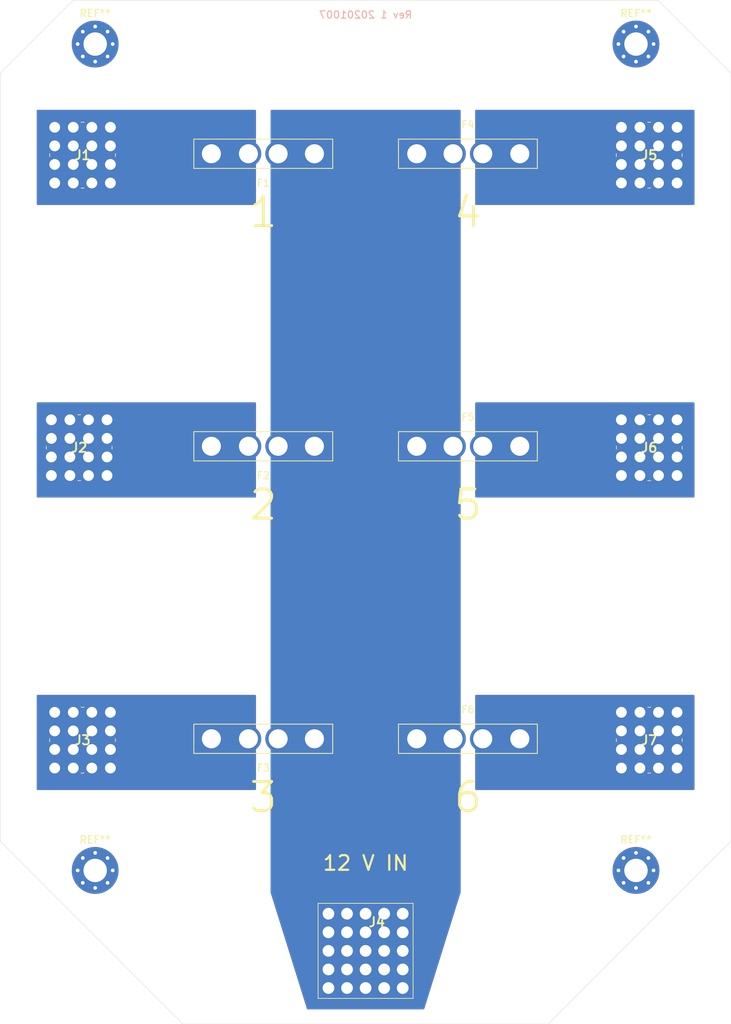
<source format=kicad_pcb>
(kicad_pcb (version 20171130) (host pcbnew "(5.1.5)-3")

  (general
    (thickness 1.6)
    (drawings 16)
    (tracks 0)
    (zones 0)
    (modules 17)
    (nets 8)
  )

  (page A4)
  (layers
    (0 F.Cu signal)
    (31 B.Cu signal)
    (32 B.Adhes user)
    (33 F.Adhes user)
    (34 B.Paste user)
    (35 F.Paste user)
    (36 B.SilkS user)
    (37 F.SilkS user)
    (38 B.Mask user)
    (39 F.Mask user)
    (40 Dwgs.User user)
    (41 Cmts.User user)
    (42 Eco1.User user)
    (43 Eco2.User user)
    (44 Edge.Cuts user)
    (45 Margin user)
    (46 B.CrtYd user hide)
    (47 F.CrtYd user)
    (48 B.Fab user hide)
    (49 F.Fab user hide)
  )

  (setup
    (last_trace_width 0.25)
    (user_trace_width 0.5)
    (user_trace_width 1)
    (user_trace_width 1.5)
    (user_trace_width 2.5)
    (user_trace_width 3)
    (user_trace_width 3.5)
    (user_trace_width 5)
    (user_trace_width 7.5)
    (trace_clearance 0.2)
    (zone_clearance 0.508)
    (zone_45_only no)
    (trace_min 0.2)
    (via_size 0.8)
    (via_drill 0.4)
    (via_min_size 0.4)
    (via_min_drill 0.3)
    (user_via 0.6 0.3)
    (uvia_size 0.3)
    (uvia_drill 0.1)
    (uvias_allowed no)
    (uvia_min_size 0.2)
    (uvia_min_drill 0.1)
    (edge_width 0.05)
    (segment_width 0.2)
    (pcb_text_width 0.3)
    (pcb_text_size 1.5 1.5)
    (mod_edge_width 0.12)
    (mod_text_size 1 1)
    (mod_text_width 0.15)
    (pad_size 2.6 2.6)
    (pad_drill 1.3)
    (pad_to_mask_clearance 0.051)
    (solder_mask_min_width 0.25)
    (aux_axis_origin 0 0)
    (grid_origin 123 159)
    (visible_elements 7FFFFFFF)
    (pcbplotparams
      (layerselection 0x010fc_ffffffff)
      (usegerberextensions false)
      (usegerberattributes false)
      (usegerberadvancedattributes false)
      (creategerberjobfile false)
      (excludeedgelayer true)
      (linewidth 0.100000)
      (plotframeref false)
      (viasonmask false)
      (mode 1)
      (useauxorigin false)
      (hpglpennumber 1)
      (hpglpenspeed 20)
      (hpglpendiameter 15.000000)
      (psnegative false)
      (psa4output false)
      (plotreference false)
      (plotvalue false)
      (plotinvisibletext false)
      (padsonsilk false)
      (subtractmaskfromsilk false)
      (outputformat 1)
      (mirror false)
      (drillshape 0)
      (scaleselection 1)
      (outputdirectory "../gerber/"))
  )

  (net 0 "")
  (net 1 +12V)
  (net 2 /out_1)
  (net 3 /out_2)
  (net 4 /out_3)
  (net 5 /out_4)
  (net 6 /out_5)
  (net 7 /out_6)

  (net_class Default "This is the default net class."
    (clearance 0.2)
    (trace_width 0.25)
    (via_dia 0.8)
    (via_drill 0.4)
    (uvia_dia 0.3)
    (uvia_drill 0.1)
    (add_net +12V)
    (add_net /out_1)
    (add_net /out_2)
    (add_net /out_3)
    (add_net /out_4)
    (add_net /out_5)
    (add_net /out_6)
  )

  (module MountingHole:MountingHole_3.2mm_M3_Pad_Via (layer F.Cu) (tedit 56DDBCCA) (tstamp 5F7BA071)
    (at 160 148)
    (descr "Mounting Hole 3.2mm, M3")
    (tags "mounting hole 3.2mm m3")
    (attr virtual)
    (fp_text reference REF** (at 0 -4.2) (layer F.SilkS)
      (effects (font (size 1 1) (thickness 0.15)))
    )
    (fp_text value MountingHole_3.2mm_M3_Pad_Via (at 0 4.2) (layer F.Fab)
      (effects (font (size 1 1) (thickness 0.15)))
    )
    (fp_circle (center 0 0) (end 3.45 0) (layer F.CrtYd) (width 0.05))
    (fp_circle (center 0 0) (end 3.2 0) (layer Cmts.User) (width 0.15))
    (fp_text user %R (at 0.3 0) (layer F.Fab)
      (effects (font (size 1 1) (thickness 0.15)))
    )
    (pad 1 thru_hole circle (at 1.697056 -1.697056) (size 0.8 0.8) (drill 0.5) (layers *.Cu *.Mask))
    (pad 1 thru_hole circle (at 0 -2.4) (size 0.8 0.8) (drill 0.5) (layers *.Cu *.Mask))
    (pad 1 thru_hole circle (at -1.697056 -1.697056) (size 0.8 0.8) (drill 0.5) (layers *.Cu *.Mask))
    (pad 1 thru_hole circle (at -2.4 0) (size 0.8 0.8) (drill 0.5) (layers *.Cu *.Mask))
    (pad 1 thru_hole circle (at -1.697056 1.697056) (size 0.8 0.8) (drill 0.5) (layers *.Cu *.Mask))
    (pad 1 thru_hole circle (at 0 2.4) (size 0.8 0.8) (drill 0.5) (layers *.Cu *.Mask))
    (pad 1 thru_hole circle (at 1.697056 1.697056) (size 0.8 0.8) (drill 0.5) (layers *.Cu *.Mask))
    (pad 1 thru_hole circle (at 2.4 0) (size 0.8 0.8) (drill 0.5) (layers *.Cu *.Mask))
    (pad 1 thru_hole circle (at 0 0) (size 6.4 6.4) (drill 3.2) (layers *.Cu *.Mask))
  )

  (module MountingHole:MountingHole_3.2mm_M3_Pad_Via (layer F.Cu) (tedit 56DDBCCA) (tstamp 5F7BA062)
    (at 86 148)
    (descr "Mounting Hole 3.2mm, M3")
    (tags "mounting hole 3.2mm m3")
    (attr virtual)
    (fp_text reference REF** (at 0 -4.2) (layer F.SilkS)
      (effects (font (size 1 1) (thickness 0.15)))
    )
    (fp_text value MountingHole_3.2mm_M3_Pad_Via (at 0 4.2) (layer F.Fab)
      (effects (font (size 1 1) (thickness 0.15)))
    )
    (fp_circle (center 0 0) (end 3.45 0) (layer F.CrtYd) (width 0.05))
    (fp_circle (center 0 0) (end 3.2 0) (layer Cmts.User) (width 0.15))
    (fp_text user %R (at 0.3 0) (layer F.Fab)
      (effects (font (size 1 1) (thickness 0.15)))
    )
    (pad 1 thru_hole circle (at 1.697056 -1.697056) (size 0.8 0.8) (drill 0.5) (layers *.Cu *.Mask))
    (pad 1 thru_hole circle (at 0 -2.4) (size 0.8 0.8) (drill 0.5) (layers *.Cu *.Mask))
    (pad 1 thru_hole circle (at -1.697056 -1.697056) (size 0.8 0.8) (drill 0.5) (layers *.Cu *.Mask))
    (pad 1 thru_hole circle (at -2.4 0) (size 0.8 0.8) (drill 0.5) (layers *.Cu *.Mask))
    (pad 1 thru_hole circle (at -1.697056 1.697056) (size 0.8 0.8) (drill 0.5) (layers *.Cu *.Mask))
    (pad 1 thru_hole circle (at 0 2.4) (size 0.8 0.8) (drill 0.5) (layers *.Cu *.Mask))
    (pad 1 thru_hole circle (at 1.697056 1.697056) (size 0.8 0.8) (drill 0.5) (layers *.Cu *.Mask))
    (pad 1 thru_hole circle (at 2.4 0) (size 0.8 0.8) (drill 0.5) (layers *.Cu *.Mask))
    (pad 1 thru_hole circle (at 0 0) (size 6.4 6.4) (drill 3.2) (layers *.Cu *.Mask))
  )

  (module MountingHole:MountingHole_3.2mm_M3_Pad_Via (layer F.Cu) (tedit 56DDBCCA) (tstamp 5F7D5EF7)
    (at 86 35)
    (descr "Mounting Hole 3.2mm, M3")
    (tags "mounting hole 3.2mm m3")
    (attr virtual)
    (fp_text reference REF** (at 0 -4.2) (layer F.SilkS)
      (effects (font (size 1 1) (thickness 0.15)))
    )
    (fp_text value MountingHole_3.2mm_M3_Pad_Via (at 0 4.2) (layer F.Fab)
      (effects (font (size 1 1) (thickness 0.15)))
    )
    (fp_circle (center 0 0) (end 3.45 0) (layer F.CrtYd) (width 0.05))
    (fp_circle (center 0 0) (end 3.2 0) (layer Cmts.User) (width 0.15))
    (fp_text user %R (at 0.3 0) (layer F.Fab)
      (effects (font (size 1 1) (thickness 0.15)))
    )
    (pad 1 thru_hole circle (at 1.697056 -1.697056) (size 0.8 0.8) (drill 0.5) (layers *.Cu *.Mask))
    (pad 1 thru_hole circle (at 0 -2.4) (size 0.8 0.8) (drill 0.5) (layers *.Cu *.Mask))
    (pad 1 thru_hole circle (at -1.697056 -1.697056) (size 0.8 0.8) (drill 0.5) (layers *.Cu *.Mask))
    (pad 1 thru_hole circle (at -2.4 0) (size 0.8 0.8) (drill 0.5) (layers *.Cu *.Mask))
    (pad 1 thru_hole circle (at -1.697056 1.697056) (size 0.8 0.8) (drill 0.5) (layers *.Cu *.Mask))
    (pad 1 thru_hole circle (at 0 2.4) (size 0.8 0.8) (drill 0.5) (layers *.Cu *.Mask))
    (pad 1 thru_hole circle (at 1.697056 1.697056) (size 0.8 0.8) (drill 0.5) (layers *.Cu *.Mask))
    (pad 1 thru_hole circle (at 2.4 0) (size 0.8 0.8) (drill 0.5) (layers *.Cu *.Mask))
    (pad 1 thru_hole circle (at 0 0) (size 6.4 6.4) (drill 3.2) (layers *.Cu *.Mask))
  )

  (module MountingHole:MountingHole_3.2mm_M3_Pad_Via (layer F.Cu) (tedit 56DDBCCA) (tstamp 5F7D5ECA)
    (at 160 35)
    (descr "Mounting Hole 3.2mm, M3")
    (tags "mounting hole 3.2mm m3")
    (attr virtual)
    (fp_text reference REF** (at 0 -4.2) (layer F.SilkS)
      (effects (font (size 1 1) (thickness 0.15)))
    )
    (fp_text value MountingHole_3.2mm_M3_Pad_Via (at 0 4.2) (layer F.Fab)
      (effects (font (size 1 1) (thickness 0.15)))
    )
    (fp_circle (center 0 0) (end 3.45 0) (layer F.CrtYd) (width 0.05))
    (fp_circle (center 0 0) (end 3.2 0) (layer Cmts.User) (width 0.15))
    (fp_text user %R (at 0.3 0) (layer F.Fab)
      (effects (font (size 1 1) (thickness 0.15)))
    )
    (pad 1 thru_hole circle (at 1.697056 -1.697056) (size 0.8 0.8) (drill 0.5) (layers *.Cu *.Mask))
    (pad 1 thru_hole circle (at 0 -2.4) (size 0.8 0.8) (drill 0.5) (layers *.Cu *.Mask))
    (pad 1 thru_hole circle (at -1.697056 -1.697056) (size 0.8 0.8) (drill 0.5) (layers *.Cu *.Mask))
    (pad 1 thru_hole circle (at -2.4 0) (size 0.8 0.8) (drill 0.5) (layers *.Cu *.Mask))
    (pad 1 thru_hole circle (at -1.697056 1.697056) (size 0.8 0.8) (drill 0.5) (layers *.Cu *.Mask))
    (pad 1 thru_hole circle (at 0 2.4) (size 0.8 0.8) (drill 0.5) (layers *.Cu *.Mask))
    (pad 1 thru_hole circle (at 1.697056 1.697056) (size 0.8 0.8) (drill 0.5) (layers *.Cu *.Mask))
    (pad 1 thru_hole circle (at 2.4 0) (size 0.8 0.8) (drill 0.5) (layers *.Cu *.Mask))
    (pad 1 thru_hole circle (at 0 0) (size 6.4 6.4) (drill 3.2) (layers *.Cu *.Mask))
  )

  (module Private:M5_7461383 (layer F.Cu) (tedit 5F033250) (tstamp 5F7B5A7D)
    (at 80.46 54)
    (descr "WE 7461383-3")
    (tags "Integrated Circuit")
    (path /5F7B9901)
    (fp_text reference J1 (at 3.81 -3.81) (layer F.SilkS)
      (effects (font (size 1.27 1.27) (thickness 0.254)))
    )
    (fp_text value "12V out" (at 3.81 -3.81) (layer F.SilkS) hide
      (effects (font (size 1.27 1.27) (thickness 0.254)))
    )
    (fp_text user %R (at 3.81 -3.81) (layer F.Fab)
      (effects (font (size 1.27 1.27) (thickness 0.254)))
    )
    (fp_line (start 3.61 -8.31) (end 4.01 -8.31) (layer F.SilkS) (width 0.1))
    (fp_line (start 8.31 -4.01) (end 8.31 -3.61) (layer F.SilkS) (width 0.1))
    (fp_line (start 3.61 0.69) (end 4.01 0.69) (layer F.SilkS) (width 0.1))
    (fp_line (start -0.69 -4.01) (end -0.69 -3.61) (layer F.SilkS) (width 0.1))
    (fp_line (start -2.144 2.144) (end -2.144 -9.764) (layer F.CrtYd) (width 0.1))
    (fp_line (start 9.764 2.144) (end -2.144 2.144) (layer F.CrtYd) (width 0.1))
    (fp_line (start 9.764 -9.764) (end 9.764 2.144) (layer F.CrtYd) (width 0.1))
    (fp_line (start -2.144 -9.764) (end 9.764 -9.764) (layer F.CrtYd) (width 0.1))
    (fp_line (start -0.69 0.69) (end -0.69 -8.31) (layer F.Fab) (width 0.2))
    (fp_line (start 8.31 0.69) (end -0.69 0.69) (layer F.Fab) (width 0.2))
    (fp_line (start 8.31 -8.31) (end 8.31 0.69) (layer F.Fab) (width 0.2))
    (fp_line (start -0.69 -8.31) (end 8.31 -8.31) (layer F.Fab) (width 0.2))
    (pad 1 thru_hole circle (at 7.62 -7.62 90) (size 2.2 2.2) (drill 1.475) (layers *.Cu *.Mask)
      (net 2 /out_1))
    (pad 1 thru_hole circle (at 5.08 -7.62) (size 2.2 2.2) (drill 1.475) (layers *.Cu *.Mask)
      (net 2 /out_1))
    (pad 1 thru_hole circle (at 2.54 -7.62 90) (size 2.2 2.2) (drill 1.475) (layers *.Cu *.Mask)
      (net 2 /out_1))
    (pad 1 thru_hole circle (at 0 -7.62) (size 2.2 2.2) (drill 1.475) (layers *.Cu *.Mask)
      (net 2 /out_1))
    (pad 1 thru_hole circle (at 7.62 -5.08) (size 2.2 2.2) (drill 1.475) (layers *.Cu *.Mask)
      (net 2 /out_1))
    (pad 1 thru_hole circle (at 5.08 -5.08) (size 2.2 2.2) (drill 1.475) (layers *.Cu *.Mask)
      (net 2 /out_1))
    (pad 1 thru_hole circle (at 2.54 -5.08) (size 2.2 2.2) (drill 1.475) (layers *.Cu *.Mask)
      (net 2 /out_1))
    (pad 1 thru_hole circle (at 0 -5.08) (size 2.2 2.2) (drill 1.475) (layers *.Cu *.Mask)
      (net 2 /out_1))
    (pad 1 thru_hole circle (at 7.62 -2.54) (size 2.2 2.2) (drill 1.475) (layers *.Cu *.Mask)
      (net 2 /out_1))
    (pad 1 thru_hole circle (at 5.08 -2.54) (size 2.2 2.2) (drill 1.475) (layers *.Cu *.Mask)
      (net 2 /out_1))
    (pad 1 thru_hole circle (at 2.54 -2.54) (size 2.2 2.2) (drill 1.475) (layers *.Cu *.Mask)
      (net 2 /out_1))
    (pad 1 thru_hole circle (at 0 -2.54) (size 2.2 2.2) (drill 1.475) (layers *.Cu *.Mask)
      (net 2 /out_1))
    (pad 1 thru_hole circle (at 7.62 0) (size 2.2 2.2) (drill 1.475) (layers *.Cu *.Mask)
      (net 2 /out_1))
    (pad 1 thru_hole circle (at 5.08 0) (size 2.2 2.2) (drill 1.475) (layers *.Cu *.Mask)
      (net 2 /out_1))
    (pad 1 thru_hole circle (at 2.54 0) (size 2.2 2.2) (drill 1.475) (layers *.Cu *.Mask)
      (net 2 /out_1))
    (pad 1 thru_hole circle (at 0 0) (size 2.2 2.2) (drill 1.475) (layers *.Cu *.Mask)
      (net 2 /out_1))
    (model ${PRIVATE_LIB}/packages3d/connectors.3dshapes/M5_7461383_rev1.stp
      (offset (xyz 4 4 0))
      (scale (xyz 1 1 1))
      (rotate (xyz 0 0 0))
    )
  )

  (module Private:M5_7461383 (layer F.Cu) (tedit 5F033250) (tstamp 5F7B4CDD)
    (at 80 94)
    (descr "WE 7461383-3")
    (tags "Integrated Circuit")
    (path /5F7BA0EE)
    (fp_text reference J2 (at 3.81 -3.81) (layer F.SilkS)
      (effects (font (size 1.27 1.27) (thickness 0.254)))
    )
    (fp_text value "12V out" (at 3.81 -3.81) (layer F.SilkS) hide
      (effects (font (size 1.27 1.27) (thickness 0.254)))
    )
    (fp_text user %R (at 3.81 -3.81) (layer F.Fab)
      (effects (font (size 1.27 1.27) (thickness 0.254)))
    )
    (fp_line (start 3.61 -8.31) (end 4.01 -8.31) (layer F.SilkS) (width 0.1))
    (fp_line (start 8.31 -4.01) (end 8.31 -3.61) (layer F.SilkS) (width 0.1))
    (fp_line (start 3.61 0.69) (end 4.01 0.69) (layer F.SilkS) (width 0.1))
    (fp_line (start -0.69 -4.01) (end -0.69 -3.61) (layer F.SilkS) (width 0.1))
    (fp_line (start -2.144 2.144) (end -2.144 -9.764) (layer F.CrtYd) (width 0.1))
    (fp_line (start 9.764 2.144) (end -2.144 2.144) (layer F.CrtYd) (width 0.1))
    (fp_line (start 9.764 -9.764) (end 9.764 2.144) (layer F.CrtYd) (width 0.1))
    (fp_line (start -2.144 -9.764) (end 9.764 -9.764) (layer F.CrtYd) (width 0.1))
    (fp_line (start -0.69 0.69) (end -0.69 -8.31) (layer F.Fab) (width 0.2))
    (fp_line (start 8.31 0.69) (end -0.69 0.69) (layer F.Fab) (width 0.2))
    (fp_line (start 8.31 -8.31) (end 8.31 0.69) (layer F.Fab) (width 0.2))
    (fp_line (start -0.69 -8.31) (end 8.31 -8.31) (layer F.Fab) (width 0.2))
    (pad 1 thru_hole circle (at 7.62 -7.62 90) (size 2.2 2.2) (drill 1.475) (layers *.Cu *.Mask)
      (net 3 /out_2))
    (pad 1 thru_hole circle (at 5.08 -7.62) (size 2.2 2.2) (drill 1.475) (layers *.Cu *.Mask)
      (net 3 /out_2))
    (pad 1 thru_hole circle (at 2.54 -7.62 90) (size 2.2 2.2) (drill 1.475) (layers *.Cu *.Mask)
      (net 3 /out_2))
    (pad 1 thru_hole circle (at 0 -7.62) (size 2.2 2.2) (drill 1.475) (layers *.Cu *.Mask)
      (net 3 /out_2))
    (pad 1 thru_hole circle (at 7.62 -5.08) (size 2.2 2.2) (drill 1.475) (layers *.Cu *.Mask)
      (net 3 /out_2))
    (pad 1 thru_hole circle (at 5.08 -5.08) (size 2.2 2.2) (drill 1.475) (layers *.Cu *.Mask)
      (net 3 /out_2))
    (pad 1 thru_hole circle (at 2.54 -5.08) (size 2.2 2.2) (drill 1.475) (layers *.Cu *.Mask)
      (net 3 /out_2))
    (pad 1 thru_hole circle (at 0 -5.08) (size 2.2 2.2) (drill 1.475) (layers *.Cu *.Mask)
      (net 3 /out_2))
    (pad 1 thru_hole circle (at 7.62 -2.54) (size 2.2 2.2) (drill 1.475) (layers *.Cu *.Mask)
      (net 3 /out_2))
    (pad 1 thru_hole circle (at 5.08 -2.54) (size 2.2 2.2) (drill 1.475) (layers *.Cu *.Mask)
      (net 3 /out_2))
    (pad 1 thru_hole circle (at 2.54 -2.54) (size 2.2 2.2) (drill 1.475) (layers *.Cu *.Mask)
      (net 3 /out_2))
    (pad 1 thru_hole circle (at 0 -2.54) (size 2.2 2.2) (drill 1.475) (layers *.Cu *.Mask)
      (net 3 /out_2))
    (pad 1 thru_hole circle (at 7.62 0) (size 2.2 2.2) (drill 1.475) (layers *.Cu *.Mask)
      (net 3 /out_2))
    (pad 1 thru_hole circle (at 5.08 0) (size 2.2 2.2) (drill 1.475) (layers *.Cu *.Mask)
      (net 3 /out_2))
    (pad 1 thru_hole circle (at 2.54 0) (size 2.2 2.2) (drill 1.475) (layers *.Cu *.Mask)
      (net 3 /out_2))
    (pad 1 thru_hole circle (at 0 0) (size 2.2 2.2) (drill 1.475) (layers *.Cu *.Mask)
      (net 3 /out_2))
    (model ${PRIVATE_LIB}/packages3d/connectors.3dshapes/M5_7461383_rev1.stp
      (offset (xyz 4 4 0))
      (scale (xyz 1 1 1))
      (rotate (xyz 0 0 0))
    )
  )

  (module Private:M5_7461383 (layer F.Cu) (tedit 5F033250) (tstamp 5F7B4CFE)
    (at 80.46 134)
    (descr "WE 7461383-3")
    (tags "Integrated Circuit")
    (path /5F7BA965)
    (fp_text reference J3 (at 3.81 -3.81) (layer F.SilkS)
      (effects (font (size 1.27 1.27) (thickness 0.254)))
    )
    (fp_text value "12V out" (at 3.81 -3.81) (layer F.SilkS) hide
      (effects (font (size 1.27 1.27) (thickness 0.254)))
    )
    (fp_text user %R (at 3.81 -3.81) (layer F.Fab)
      (effects (font (size 1.27 1.27) (thickness 0.254)))
    )
    (fp_line (start 3.61 -8.31) (end 4.01 -8.31) (layer F.SilkS) (width 0.1))
    (fp_line (start 8.31 -4.01) (end 8.31 -3.61) (layer F.SilkS) (width 0.1))
    (fp_line (start 3.61 0.69) (end 4.01 0.69) (layer F.SilkS) (width 0.1))
    (fp_line (start -0.69 -4.01) (end -0.69 -3.61) (layer F.SilkS) (width 0.1))
    (fp_line (start -2.144 2.144) (end -2.144 -9.764) (layer F.CrtYd) (width 0.1))
    (fp_line (start 9.764 2.144) (end -2.144 2.144) (layer F.CrtYd) (width 0.1))
    (fp_line (start 9.764 -9.764) (end 9.764 2.144) (layer F.CrtYd) (width 0.1))
    (fp_line (start -2.144 -9.764) (end 9.764 -9.764) (layer F.CrtYd) (width 0.1))
    (fp_line (start -0.69 0.69) (end -0.69 -8.31) (layer F.Fab) (width 0.2))
    (fp_line (start 8.31 0.69) (end -0.69 0.69) (layer F.Fab) (width 0.2))
    (fp_line (start 8.31 -8.31) (end 8.31 0.69) (layer F.Fab) (width 0.2))
    (fp_line (start -0.69 -8.31) (end 8.31 -8.31) (layer F.Fab) (width 0.2))
    (pad 1 thru_hole circle (at 7.62 -7.62 90) (size 2.2 2.2) (drill 1.475) (layers *.Cu *.Mask)
      (net 4 /out_3))
    (pad 1 thru_hole circle (at 5.08 -7.62) (size 2.2 2.2) (drill 1.475) (layers *.Cu *.Mask)
      (net 4 /out_3))
    (pad 1 thru_hole circle (at 2.54 -7.62 90) (size 2.2 2.2) (drill 1.475) (layers *.Cu *.Mask)
      (net 4 /out_3))
    (pad 1 thru_hole circle (at 0 -7.62) (size 2.2 2.2) (drill 1.475) (layers *.Cu *.Mask)
      (net 4 /out_3))
    (pad 1 thru_hole circle (at 7.62 -5.08) (size 2.2 2.2) (drill 1.475) (layers *.Cu *.Mask)
      (net 4 /out_3))
    (pad 1 thru_hole circle (at 5.08 -5.08) (size 2.2 2.2) (drill 1.475) (layers *.Cu *.Mask)
      (net 4 /out_3))
    (pad 1 thru_hole circle (at 2.54 -5.08) (size 2.2 2.2) (drill 1.475) (layers *.Cu *.Mask)
      (net 4 /out_3))
    (pad 1 thru_hole circle (at 0 -5.08) (size 2.2 2.2) (drill 1.475) (layers *.Cu *.Mask)
      (net 4 /out_3))
    (pad 1 thru_hole circle (at 7.62 -2.54) (size 2.2 2.2) (drill 1.475) (layers *.Cu *.Mask)
      (net 4 /out_3))
    (pad 1 thru_hole circle (at 5.08 -2.54) (size 2.2 2.2) (drill 1.475) (layers *.Cu *.Mask)
      (net 4 /out_3))
    (pad 1 thru_hole circle (at 2.54 -2.54) (size 2.2 2.2) (drill 1.475) (layers *.Cu *.Mask)
      (net 4 /out_3))
    (pad 1 thru_hole circle (at 0 -2.54) (size 2.2 2.2) (drill 1.475) (layers *.Cu *.Mask)
      (net 4 /out_3))
    (pad 1 thru_hole circle (at 7.62 0) (size 2.2 2.2) (drill 1.475) (layers *.Cu *.Mask)
      (net 4 /out_3))
    (pad 1 thru_hole circle (at 5.08 0) (size 2.2 2.2) (drill 1.475) (layers *.Cu *.Mask)
      (net 4 /out_3))
    (pad 1 thru_hole circle (at 2.54 0) (size 2.2 2.2) (drill 1.475) (layers *.Cu *.Mask)
      (net 4 /out_3))
    (pad 1 thru_hole circle (at 0 0) (size 2.2 2.2) (drill 1.475) (layers *.Cu *.Mask)
      (net 4 /out_3))
    (model ${PRIVATE_LIB}/packages3d/connectors.3dshapes/M5_7461383_rev1.stp
      (offset (xyz 4 4 0))
      (scale (xyz 1 1 1))
      (rotate (xyz 0 0 0))
    )
  )

  (module Private:M5_7461383 (layer F.Cu) (tedit 5F033250) (tstamp 5F7B4D49)
    (at 158 54)
    (descr "WE 7461383-3")
    (tags "Integrated Circuit")
    (path /5F7B8CB0)
    (fp_text reference J5 (at 3.81 -3.81) (layer F.SilkS)
      (effects (font (size 1.27 1.27) (thickness 0.254)))
    )
    (fp_text value "12V out" (at 3.81 -3.81) (layer F.SilkS) hide
      (effects (font (size 1.27 1.27) (thickness 0.254)))
    )
    (fp_text user %R (at 3.81 -3.81) (layer F.Fab)
      (effects (font (size 1.27 1.27) (thickness 0.254)))
    )
    (fp_line (start 3.61 -8.31) (end 4.01 -8.31) (layer F.SilkS) (width 0.1))
    (fp_line (start 8.31 -4.01) (end 8.31 -3.61) (layer F.SilkS) (width 0.1))
    (fp_line (start 3.61 0.69) (end 4.01 0.69) (layer F.SilkS) (width 0.1))
    (fp_line (start -0.69 -4.01) (end -0.69 -3.61) (layer F.SilkS) (width 0.1))
    (fp_line (start -2.144 2.144) (end -2.144 -9.764) (layer F.CrtYd) (width 0.1))
    (fp_line (start 9.764 2.144) (end -2.144 2.144) (layer F.CrtYd) (width 0.1))
    (fp_line (start 9.764 -9.764) (end 9.764 2.144) (layer F.CrtYd) (width 0.1))
    (fp_line (start -2.144 -9.764) (end 9.764 -9.764) (layer F.CrtYd) (width 0.1))
    (fp_line (start -0.69 0.69) (end -0.69 -8.31) (layer F.Fab) (width 0.2))
    (fp_line (start 8.31 0.69) (end -0.69 0.69) (layer F.Fab) (width 0.2))
    (fp_line (start 8.31 -8.31) (end 8.31 0.69) (layer F.Fab) (width 0.2))
    (fp_line (start -0.69 -8.31) (end 8.31 -8.31) (layer F.Fab) (width 0.2))
    (pad 1 thru_hole circle (at 7.62 -7.62 90) (size 2.2 2.2) (drill 1.475) (layers *.Cu *.Mask)
      (net 5 /out_4))
    (pad 1 thru_hole circle (at 5.08 -7.62) (size 2.2 2.2) (drill 1.475) (layers *.Cu *.Mask)
      (net 5 /out_4))
    (pad 1 thru_hole circle (at 2.54 -7.62 90) (size 2.2 2.2) (drill 1.475) (layers *.Cu *.Mask)
      (net 5 /out_4))
    (pad 1 thru_hole circle (at 0 -7.62) (size 2.2 2.2) (drill 1.475) (layers *.Cu *.Mask)
      (net 5 /out_4))
    (pad 1 thru_hole circle (at 7.62 -5.08) (size 2.2 2.2) (drill 1.475) (layers *.Cu *.Mask)
      (net 5 /out_4))
    (pad 1 thru_hole circle (at 5.08 -5.08) (size 2.2 2.2) (drill 1.475) (layers *.Cu *.Mask)
      (net 5 /out_4))
    (pad 1 thru_hole circle (at 2.54 -5.08) (size 2.2 2.2) (drill 1.475) (layers *.Cu *.Mask)
      (net 5 /out_4))
    (pad 1 thru_hole circle (at 0 -5.08) (size 2.2 2.2) (drill 1.475) (layers *.Cu *.Mask)
      (net 5 /out_4))
    (pad 1 thru_hole circle (at 7.62 -2.54) (size 2.2 2.2) (drill 1.475) (layers *.Cu *.Mask)
      (net 5 /out_4))
    (pad 1 thru_hole circle (at 5.08 -2.54) (size 2.2 2.2) (drill 1.475) (layers *.Cu *.Mask)
      (net 5 /out_4))
    (pad 1 thru_hole circle (at 2.54 -2.54) (size 2.2 2.2) (drill 1.475) (layers *.Cu *.Mask)
      (net 5 /out_4))
    (pad 1 thru_hole circle (at 0 -2.54) (size 2.2 2.2) (drill 1.475) (layers *.Cu *.Mask)
      (net 5 /out_4))
    (pad 1 thru_hole circle (at 7.62 0) (size 2.2 2.2) (drill 1.475) (layers *.Cu *.Mask)
      (net 5 /out_4))
    (pad 1 thru_hole circle (at 5.08 0) (size 2.2 2.2) (drill 1.475) (layers *.Cu *.Mask)
      (net 5 /out_4))
    (pad 1 thru_hole circle (at 2.54 0) (size 2.2 2.2) (drill 1.475) (layers *.Cu *.Mask)
      (net 5 /out_4))
    (pad 1 thru_hole circle (at 0 0) (size 2.2 2.2) (drill 1.475) (layers *.Cu *.Mask)
      (net 5 /out_4))
    (model ${PRIVATE_LIB}/packages3d/connectors.3dshapes/M5_7461383_rev1.stp
      (offset (xyz 4 4 0))
      (scale (xyz 1 1 1))
      (rotate (xyz 0 0 0))
    )
  )

  (module Private:M5_7461383 (layer F.Cu) (tedit 5F033250) (tstamp 5F7B4D6A)
    (at 158 94)
    (descr "WE 7461383-3")
    (tags "Integrated Circuit")
    (path /5F22FCB2)
    (fp_text reference J6 (at 3.81 -3.81) (layer F.SilkS)
      (effects (font (size 1.27 1.27) (thickness 0.254)))
    )
    (fp_text value "12V out" (at 3.81 -3.81) (layer F.SilkS) hide
      (effects (font (size 1.27 1.27) (thickness 0.254)))
    )
    (fp_text user %R (at 3.81 -3.81) (layer F.Fab)
      (effects (font (size 1.27 1.27) (thickness 0.254)))
    )
    (fp_line (start 3.61 -8.31) (end 4.01 -8.31) (layer F.SilkS) (width 0.1))
    (fp_line (start 8.31 -4.01) (end 8.31 -3.61) (layer F.SilkS) (width 0.1))
    (fp_line (start 3.61 0.69) (end 4.01 0.69) (layer F.SilkS) (width 0.1))
    (fp_line (start -0.69 -4.01) (end -0.69 -3.61) (layer F.SilkS) (width 0.1))
    (fp_line (start -2.144 2.144) (end -2.144 -9.764) (layer F.CrtYd) (width 0.1))
    (fp_line (start 9.764 2.144) (end -2.144 2.144) (layer F.CrtYd) (width 0.1))
    (fp_line (start 9.764 -9.764) (end 9.764 2.144) (layer F.CrtYd) (width 0.1))
    (fp_line (start -2.144 -9.764) (end 9.764 -9.764) (layer F.CrtYd) (width 0.1))
    (fp_line (start -0.69 0.69) (end -0.69 -8.31) (layer F.Fab) (width 0.2))
    (fp_line (start 8.31 0.69) (end -0.69 0.69) (layer F.Fab) (width 0.2))
    (fp_line (start 8.31 -8.31) (end 8.31 0.69) (layer F.Fab) (width 0.2))
    (fp_line (start -0.69 -8.31) (end 8.31 -8.31) (layer F.Fab) (width 0.2))
    (pad 1 thru_hole circle (at 7.62 -7.62 90) (size 2.2 2.2) (drill 1.475) (layers *.Cu *.Mask)
      (net 6 /out_5))
    (pad 1 thru_hole circle (at 5.08 -7.62) (size 2.2 2.2) (drill 1.475) (layers *.Cu *.Mask)
      (net 6 /out_5))
    (pad 1 thru_hole circle (at 2.54 -7.62 90) (size 2.2 2.2) (drill 1.475) (layers *.Cu *.Mask)
      (net 6 /out_5))
    (pad 1 thru_hole circle (at 0 -7.62) (size 2.2 2.2) (drill 1.475) (layers *.Cu *.Mask)
      (net 6 /out_5))
    (pad 1 thru_hole circle (at 7.62 -5.08) (size 2.2 2.2) (drill 1.475) (layers *.Cu *.Mask)
      (net 6 /out_5))
    (pad 1 thru_hole circle (at 5.08 -5.08) (size 2.2 2.2) (drill 1.475) (layers *.Cu *.Mask)
      (net 6 /out_5))
    (pad 1 thru_hole circle (at 2.54 -5.08) (size 2.2 2.2) (drill 1.475) (layers *.Cu *.Mask)
      (net 6 /out_5))
    (pad 1 thru_hole circle (at 0 -5.08) (size 2.2 2.2) (drill 1.475) (layers *.Cu *.Mask)
      (net 6 /out_5))
    (pad 1 thru_hole circle (at 7.62 -2.54) (size 2.2 2.2) (drill 1.475) (layers *.Cu *.Mask)
      (net 6 /out_5))
    (pad 1 thru_hole circle (at 5.08 -2.54) (size 2.2 2.2) (drill 1.475) (layers *.Cu *.Mask)
      (net 6 /out_5))
    (pad 1 thru_hole circle (at 2.54 -2.54) (size 2.2 2.2) (drill 1.475) (layers *.Cu *.Mask)
      (net 6 /out_5))
    (pad 1 thru_hole circle (at 0 -2.54) (size 2.2 2.2) (drill 1.475) (layers *.Cu *.Mask)
      (net 6 /out_5))
    (pad 1 thru_hole circle (at 7.62 0) (size 2.2 2.2) (drill 1.475) (layers *.Cu *.Mask)
      (net 6 /out_5))
    (pad 1 thru_hole circle (at 5.08 0) (size 2.2 2.2) (drill 1.475) (layers *.Cu *.Mask)
      (net 6 /out_5))
    (pad 1 thru_hole circle (at 2.54 0) (size 2.2 2.2) (drill 1.475) (layers *.Cu *.Mask)
      (net 6 /out_5))
    (pad 1 thru_hole circle (at 0 0) (size 2.2 2.2) (drill 1.475) (layers *.Cu *.Mask)
      (net 6 /out_5))
    (model ${PRIVATE_LIB}/packages3d/connectors.3dshapes/M5_7461383_rev1.stp
      (offset (xyz 4 4 0))
      (scale (xyz 1 1 1))
      (rotate (xyz 0 0 0))
    )
  )

  (module Private:M5_7461383 (layer F.Cu) (tedit 5F033250) (tstamp 5F7B5700)
    (at 158 134)
    (descr "WE 7461383-3")
    (tags "Integrated Circuit")
    (path /5F7B8083)
    (fp_text reference J7 (at 3.81 -3.81) (layer F.SilkS)
      (effects (font (size 1.27 1.27) (thickness 0.254)))
    )
    (fp_text value "12V out" (at 3.81 -3.81) (layer F.SilkS) hide
      (effects (font (size 1.27 1.27) (thickness 0.254)))
    )
    (fp_text user %R (at 3.81 -3.81) (layer F.Fab)
      (effects (font (size 1.27 1.27) (thickness 0.254)))
    )
    (fp_line (start 3.61 -8.31) (end 4.01 -8.31) (layer F.SilkS) (width 0.1))
    (fp_line (start 8.31 -4.01) (end 8.31 -3.61) (layer F.SilkS) (width 0.1))
    (fp_line (start 3.61 0.69) (end 4.01 0.69) (layer F.SilkS) (width 0.1))
    (fp_line (start -0.69 -4.01) (end -0.69 -3.61) (layer F.SilkS) (width 0.1))
    (fp_line (start -2.144 2.144) (end -2.144 -9.764) (layer F.CrtYd) (width 0.1))
    (fp_line (start 9.764 2.144) (end -2.144 2.144) (layer F.CrtYd) (width 0.1))
    (fp_line (start 9.764 -9.764) (end 9.764 2.144) (layer F.CrtYd) (width 0.1))
    (fp_line (start -2.144 -9.764) (end 9.764 -9.764) (layer F.CrtYd) (width 0.1))
    (fp_line (start -0.69 0.69) (end -0.69 -8.31) (layer F.Fab) (width 0.2))
    (fp_line (start 8.31 0.69) (end -0.69 0.69) (layer F.Fab) (width 0.2))
    (fp_line (start 8.31 -8.31) (end 8.31 0.69) (layer F.Fab) (width 0.2))
    (fp_line (start -0.69 -8.31) (end 8.31 -8.31) (layer F.Fab) (width 0.2))
    (pad 1 thru_hole circle (at 7.62 -7.62 90) (size 2.2 2.2) (drill 1.475) (layers *.Cu *.Mask)
      (net 7 /out_6))
    (pad 1 thru_hole circle (at 5.08 -7.62) (size 2.2 2.2) (drill 1.475) (layers *.Cu *.Mask)
      (net 7 /out_6))
    (pad 1 thru_hole circle (at 2.54 -7.62 90) (size 2.2 2.2) (drill 1.475) (layers *.Cu *.Mask)
      (net 7 /out_6))
    (pad 1 thru_hole circle (at 0 -7.62) (size 2.2 2.2) (drill 1.475) (layers *.Cu *.Mask)
      (net 7 /out_6))
    (pad 1 thru_hole circle (at 7.62 -5.08) (size 2.2 2.2) (drill 1.475) (layers *.Cu *.Mask)
      (net 7 /out_6))
    (pad 1 thru_hole circle (at 5.08 -5.08) (size 2.2 2.2) (drill 1.475) (layers *.Cu *.Mask)
      (net 7 /out_6))
    (pad 1 thru_hole circle (at 2.54 -5.08) (size 2.2 2.2) (drill 1.475) (layers *.Cu *.Mask)
      (net 7 /out_6))
    (pad 1 thru_hole circle (at 0 -5.08) (size 2.2 2.2) (drill 1.475) (layers *.Cu *.Mask)
      (net 7 /out_6))
    (pad 1 thru_hole circle (at 7.62 -2.54) (size 2.2 2.2) (drill 1.475) (layers *.Cu *.Mask)
      (net 7 /out_6))
    (pad 1 thru_hole circle (at 5.08 -2.54) (size 2.2 2.2) (drill 1.475) (layers *.Cu *.Mask)
      (net 7 /out_6))
    (pad 1 thru_hole circle (at 2.54 -2.54) (size 2.2 2.2) (drill 1.475) (layers *.Cu *.Mask)
      (net 7 /out_6))
    (pad 1 thru_hole circle (at 0 -2.54) (size 2.2 2.2) (drill 1.475) (layers *.Cu *.Mask)
      (net 7 /out_6))
    (pad 1 thru_hole circle (at 7.62 0) (size 2.2 2.2) (drill 1.475) (layers *.Cu *.Mask)
      (net 7 /out_6))
    (pad 1 thru_hole circle (at 5.08 0) (size 2.2 2.2) (drill 1.475) (layers *.Cu *.Mask)
      (net 7 /out_6))
    (pad 1 thru_hole circle (at 2.54 0) (size 2.2 2.2) (drill 1.475) (layers *.Cu *.Mask)
      (net 7 /out_6))
    (pad 1 thru_hole circle (at 0 0) (size 2.2 2.2) (drill 1.475) (layers *.Cu *.Mask)
      (net 7 /out_6))
    (model ${PRIVATE_LIB}/packages3d/connectors.3dshapes/M5_7461383_rev1.stp
      (offset (xyz 4 4 0))
      (scale (xyz 1 1 1))
      (rotate (xyz 0 0 0))
    )
  )

  (module fuses:ATO_Fuseholder_3522-2 (layer F.Cu) (tedit 5F299AC3) (tstamp 5F7B4C5A)
    (at 109 50)
    (path /5F7B98FA)
    (fp_text reference F1 (at 0 4) (layer F.SilkS)
      (effects (font (size 1 1) (thickness 0.15)))
    )
    (fp_text value Fuse (at 0 -4) (layer F.Fab)
      (effects (font (size 1 1) (thickness 0.15)))
    )
    (fp_line (start 9.5 2) (end 9.5 0) (layer F.SilkS) (width 0.12))
    (fp_line (start -9.5 2) (end 9.5 2) (layer F.SilkS) (width 0.12))
    (fp_line (start -9.5 -2) (end -9.5 2) (layer F.SilkS) (width 0.12))
    (fp_line (start 9.5 -2) (end -9.5 -2) (layer F.SilkS) (width 0.12))
    (fp_line (start 9.5 0) (end 9.5 -2) (layer F.SilkS) (width 0.12))
    (pad 2 thru_hole circle (at 7 0) (size 4 4) (drill 2.6) (layers *.Cu *.Mask)
      (net 1 +12V) (zone_connect 2))
    (pad 2 thru_hole circle (at 2.03 0) (size 3.5 3.5) (drill 2.6) (layers *.Cu *.Mask)
      (net 1 +12V) (zone_connect 2))
    (pad 1 thru_hole circle (at -2.03 0) (size 3.5 3.5) (drill 2.6) (layers *.Cu *.Mask)
      (net 2 /out_1) (zone_connect 2))
    (pad 1 thru_hole circle (at -7.1 0) (size 4 4) (drill 2.6) (layers *.Cu *.Mask)
      (net 2 /out_1) (zone_connect 2))
    (model ${PRIVATE_LIB}/packages3d/fuses.3dshapes/keystone-PN3522-2.STEP
      (offset (xyz -2.5 -1 2.5))
      (scale (xyz 1 1 1))
      (rotate (xyz -90 0 0))
    )
  )

  (module fuses:ATO_Fuseholder_3522-2 (layer F.Cu) (tedit 5F299AC3) (tstamp 5F7B4C67)
    (at 109 90)
    (path /5F7BA0E7)
    (fp_text reference F2 (at 0 4) (layer F.SilkS)
      (effects (font (size 1 1) (thickness 0.15)))
    )
    (fp_text value Fuse (at 0 -4) (layer F.Fab)
      (effects (font (size 1 1) (thickness 0.15)))
    )
    (fp_line (start 9.5 0) (end 9.5 -2) (layer F.SilkS) (width 0.12))
    (fp_line (start 9.5 -2) (end -9.5 -2) (layer F.SilkS) (width 0.12))
    (fp_line (start -9.5 -2) (end -9.5 2) (layer F.SilkS) (width 0.12))
    (fp_line (start -9.5 2) (end 9.5 2) (layer F.SilkS) (width 0.12))
    (fp_line (start 9.5 2) (end 9.5 0) (layer F.SilkS) (width 0.12))
    (pad 1 thru_hole circle (at -7.1 0) (size 4 4) (drill 2.6) (layers *.Cu *.Mask)
      (net 3 /out_2) (zone_connect 2))
    (pad 1 thru_hole circle (at -2.03 0) (size 3.5 3.5) (drill 2.6) (layers *.Cu *.Mask)
      (net 3 /out_2) (zone_connect 2))
    (pad 2 thru_hole circle (at 2.03 0) (size 3.5 3.5) (drill 2.6) (layers *.Cu *.Mask)
      (net 1 +12V) (zone_connect 2))
    (pad 2 thru_hole circle (at 7 0) (size 4 4) (drill 2.6) (layers *.Cu *.Mask)
      (net 1 +12V) (zone_connect 2))
    (model ${PRIVATE_LIB}/packages3d/fuses.3dshapes/keystone-PN3522-2.STEP
      (offset (xyz -2.5 -1 2.5))
      (scale (xyz 1 1 1))
      (rotate (xyz -90 0 0))
    )
  )

  (module fuses:ATO_Fuseholder_3522-2 (layer F.Cu) (tedit 5F299AC3) (tstamp 5F7B4C74)
    (at 109 130)
    (path /5F7BA95E)
    (fp_text reference F3 (at 0 4) (layer F.SilkS)
      (effects (font (size 1 1) (thickness 0.15)))
    )
    (fp_text value Fuse (at 0 -4) (layer F.Fab)
      (effects (font (size 1 1) (thickness 0.15)))
    )
    (fp_line (start 9.5 2) (end 9.5 0) (layer F.SilkS) (width 0.12))
    (fp_line (start -9.5 2) (end 9.5 2) (layer F.SilkS) (width 0.12))
    (fp_line (start -9.5 -2) (end -9.5 2) (layer F.SilkS) (width 0.12))
    (fp_line (start 9.5 -2) (end -9.5 -2) (layer F.SilkS) (width 0.12))
    (fp_line (start 9.5 0) (end 9.5 -2) (layer F.SilkS) (width 0.12))
    (pad 2 thru_hole circle (at 7 0) (size 4 4) (drill 2.6) (layers *.Cu *.Mask)
      (net 1 +12V) (zone_connect 2))
    (pad 2 thru_hole circle (at 2.03 0) (size 3.5 3.5) (drill 2.6) (layers *.Cu *.Mask)
      (net 1 +12V) (zone_connect 2))
    (pad 1 thru_hole circle (at -2.03 0) (size 3.5 3.5) (drill 2.6) (layers *.Cu *.Mask)
      (net 4 /out_3) (zone_connect 2))
    (pad 1 thru_hole circle (at -7.1 0) (size 4 4) (drill 2.6) (layers *.Cu *.Mask)
      (net 4 /out_3) (zone_connect 2))
    (model ${PRIVATE_LIB}/packages3d/fuses.3dshapes/keystone-PN3522-2.STEP
      (offset (xyz -2.5 -1 2.5))
      (scale (xyz 1 1 1))
      (rotate (xyz -90 0 0))
    )
  )

  (module fuses:ATO_Fuseholder_3522-2 (layer F.Cu) (tedit 5F299AC3) (tstamp 5F7B4C81)
    (at 137 50 180)
    (path /5F7B8CA9)
    (fp_text reference F4 (at 0 4) (layer F.SilkS)
      (effects (font (size 1 1) (thickness 0.15)))
    )
    (fp_text value Fuse (at 0 -4) (layer F.Fab)
      (effects (font (size 1 1) (thickness 0.15)))
    )
    (fp_line (start 9.5 0) (end 9.5 -2) (layer F.SilkS) (width 0.12))
    (fp_line (start 9.5 -2) (end -9.5 -2) (layer F.SilkS) (width 0.12))
    (fp_line (start -9.5 -2) (end -9.5 2) (layer F.SilkS) (width 0.12))
    (fp_line (start -9.5 2) (end 9.5 2) (layer F.SilkS) (width 0.12))
    (fp_line (start 9.5 2) (end 9.5 0) (layer F.SilkS) (width 0.12))
    (pad 1 thru_hole circle (at -7.1 0 180) (size 4 4) (drill 2.6) (layers *.Cu *.Mask)
      (net 5 /out_4) (zone_connect 2))
    (pad 1 thru_hole circle (at -2.03 0 180) (size 3.5 3.5) (drill 2.6) (layers *.Cu *.Mask)
      (net 5 /out_4) (zone_connect 2))
    (pad 2 thru_hole circle (at 2.03 0 180) (size 3.5 3.5) (drill 2.6) (layers *.Cu *.Mask)
      (net 1 +12V) (zone_connect 2))
    (pad 2 thru_hole circle (at 7 0 180) (size 4 4) (drill 2.6) (layers *.Cu *.Mask)
      (net 1 +12V) (zone_connect 2))
    (model ${PRIVATE_LIB}/packages3d/fuses.3dshapes/keystone-PN3522-2.STEP
      (offset (xyz -2.5 -1 2.5))
      (scale (xyz 1 1 1))
      (rotate (xyz -90 0 0))
    )
  )

  (module fuses:ATO_Fuseholder_3522-2 (layer F.Cu) (tedit 5F299AC3) (tstamp 5F7B4C8E)
    (at 137 90 180)
    (path /5DD1C641)
    (fp_text reference F5 (at 0 4) (layer F.SilkS)
      (effects (font (size 1 1) (thickness 0.15)))
    )
    (fp_text value Fuse (at 0 -4) (layer F.Fab)
      (effects (font (size 1 1) (thickness 0.15)))
    )
    (fp_line (start 9.5 0) (end 9.5 -2) (layer F.SilkS) (width 0.12))
    (fp_line (start 9.5 -2) (end -9.5 -2) (layer F.SilkS) (width 0.12))
    (fp_line (start -9.5 -2) (end -9.5 2) (layer F.SilkS) (width 0.12))
    (fp_line (start -9.5 2) (end 9.5 2) (layer F.SilkS) (width 0.12))
    (fp_line (start 9.5 2) (end 9.5 0) (layer F.SilkS) (width 0.12))
    (pad 1 thru_hole circle (at -7.1 0 180) (size 4 4) (drill 2.6) (layers *.Cu *.Mask)
      (net 6 /out_5) (zone_connect 2))
    (pad 1 thru_hole circle (at -2.03 0 180) (size 3.5 3.5) (drill 2.6) (layers *.Cu *.Mask)
      (net 6 /out_5) (zone_connect 2))
    (pad 2 thru_hole circle (at 2.03 0 180) (size 3.5 3.5) (drill 2.6) (layers *.Cu *.Mask)
      (net 1 +12V) (zone_connect 2))
    (pad 2 thru_hole circle (at 7 0 180) (size 4 4) (drill 2.6) (layers *.Cu *.Mask)
      (net 1 +12V) (zone_connect 2))
    (model ${PRIVATE_LIB}/packages3d/fuses.3dshapes/keystone-PN3522-2.STEP
      (offset (xyz -2.5 -1 2.5))
      (scale (xyz 1 1 1))
      (rotate (xyz -90 0 0))
    )
  )

  (module fuses:ATO_Fuseholder_3522-2 (layer F.Cu) (tedit 5F299AC3) (tstamp 5F7B4C9B)
    (at 137 130 180)
    (path /5F7B807C)
    (fp_text reference F6 (at 0 4) (layer F.SilkS)
      (effects (font (size 1 1) (thickness 0.15)))
    )
    (fp_text value Fuse (at 0 -4) (layer F.Fab)
      (effects (font (size 1 1) (thickness 0.15)))
    )
    (fp_line (start 9.5 2) (end 9.5 0) (layer F.SilkS) (width 0.12))
    (fp_line (start -9.5 2) (end 9.5 2) (layer F.SilkS) (width 0.12))
    (fp_line (start -9.5 -2) (end -9.5 2) (layer F.SilkS) (width 0.12))
    (fp_line (start 9.5 -2) (end -9.5 -2) (layer F.SilkS) (width 0.12))
    (fp_line (start 9.5 0) (end 9.5 -2) (layer F.SilkS) (width 0.12))
    (pad 2 thru_hole circle (at 7 0 180) (size 4 4) (drill 2.6) (layers *.Cu *.Mask)
      (net 1 +12V) (zone_connect 2))
    (pad 2 thru_hole circle (at 2.03 0 180) (size 3.5 3.5) (drill 2.6) (layers *.Cu *.Mask)
      (net 1 +12V) (zone_connect 2))
    (pad 1 thru_hole circle (at -2.03 0 180) (size 3.5 3.5) (drill 2.6) (layers *.Cu *.Mask)
      (net 7 /out_6) (zone_connect 2))
    (pad 1 thru_hole circle (at -7.1 0 180) (size 4 4) (drill 2.6) (layers *.Cu *.Mask)
      (net 7 /out_6) (zone_connect 2))
    (model ${PRIVATE_LIB}/packages3d/fuses.3dshapes/keystone-PN3522-2.STEP
      (offset (xyz -2.5 -1 2.5))
      (scale (xyz 1 1 1))
      (rotate (xyz -90 0 0))
    )
  )

  (module private:M6_7461098 (layer F.Cu) (tedit 5F033257) (tstamp 5F7B5643)
    (at 117.92 164.08)
    (descr 7461098-2)
    (tags Connector)
    (path /5F050E2F)
    (fp_text reference J4 (at 6.62 -9) (layer F.SilkS)
      (effects (font (size 1.27 1.27) (thickness 0.254)))
    )
    (fp_text value 12V (at 0.62 -10) (layer F.SilkS) hide
      (effects (font (size 1.27 1.27) (thickness 0.254)))
    )
    (fp_line (start -2.42 2.42) (end -2.42 -12.58) (layer F.CrtYd) (width 0.1))
    (fp_line (start 12.58 2.42) (end -2.42 2.42) (layer F.CrtYd) (width 0.1))
    (fp_line (start 12.58 -12.58) (end 12.58 2.42) (layer F.CrtYd) (width 0.1))
    (fp_line (start -2.42 -12.58) (end 12.58 -12.58) (layer F.CrtYd) (width 0.1))
    (fp_line (start -1.42 1.42) (end -1.42 -11.58) (layer F.SilkS) (width 0.1))
    (fp_line (start 11.58 1.42) (end -1.42 1.42) (layer F.SilkS) (width 0.1))
    (fp_line (start 11.58 -11.58) (end 11.58 1.42) (layer F.SilkS) (width 0.1))
    (fp_line (start -1.42 -11.58) (end 11.58 -11.58) (layer F.SilkS) (width 0.1))
    (fp_line (start -1.42 1.42) (end -1.42 -11.58) (layer F.Fab) (width 0.2))
    (fp_line (start 11.58 1.42) (end -1.42 1.42) (layer F.Fab) (width 0.2))
    (fp_line (start 11.58 -11.58) (end 11.58 1.42) (layer F.Fab) (width 0.2))
    (fp_line (start -1.42 -11.58) (end 11.58 -11.58) (layer F.Fab) (width 0.2))
    (fp_text user %R (at 5.08 -5.08) (layer F.Fab)
      (effects (font (size 1.27 1.27) (thickness 0.254)))
    )
    (pad 1 thru_hole circle (at 0 0) (size 2.3 2.3) (drill 1.6) (layers *.Cu *.Mask)
      (net 1 +12V))
    (pad 1 thru_hole circle (at 2.54 0) (size 2.3 2.3) (drill 1.6) (layers *.Cu *.Mask)
      (net 1 +12V))
    (pad 1 thru_hole circle (at 5.08 0) (size 2.3 2.3) (drill 1.6) (layers *.Cu *.Mask)
      (net 1 +12V))
    (pad 1 thru_hole circle (at 7.62 0) (size 2.3 2.3) (drill 1.6) (layers *.Cu *.Mask)
      (net 1 +12V))
    (pad 1 thru_hole circle (at 10.16 0) (size 2.3 2.3) (drill 1.6) (layers *.Cu *.Mask)
      (net 1 +12V))
    (pad 1 thru_hole circle (at 0 -2.54) (size 2.3 2.3) (drill 1.6) (layers *.Cu *.Mask)
      (net 1 +12V))
    (pad 1 thru_hole circle (at 2.54 -2.54) (size 2.3 2.3) (drill 1.6) (layers *.Cu *.Mask)
      (net 1 +12V))
    (pad 1 thru_hole circle (at 5.08 -2.54) (size 2.3 2.3) (drill 1.6) (layers *.Cu *.Mask)
      (net 1 +12V))
    (pad 1 thru_hole circle (at 7.62 -2.54) (size 2.3 2.3) (drill 1.6) (layers *.Cu *.Mask)
      (net 1 +12V))
    (pad 1 thru_hole circle (at 10.16 -2.54) (size 2.3 2.3) (drill 1.6) (layers *.Cu *.Mask)
      (net 1 +12V))
    (pad 1 thru_hole circle (at 0 -5.08) (size 2.3 2.3) (drill 1.6) (layers *.Cu *.Mask)
      (net 1 +12V))
    (pad 1 thru_hole circle (at 2.54 -5.08) (size 2.3 2.3) (drill 1.6) (layers *.Cu *.Mask)
      (net 1 +12V))
    (pad 1 thru_hole circle (at 5.08 -5.08) (size 2.3 2.3) (drill 1.6) (layers *.Cu *.Mask)
      (net 1 +12V))
    (pad 1 thru_hole circle (at 7.62 -5.08) (size 2.3 2.3) (drill 1.6) (layers *.Cu *.Mask)
      (net 1 +12V))
    (pad 1 thru_hole circle (at 10.16 -5.08) (size 2.3 2.3) (drill 1.6) (layers *.Cu *.Mask)
      (net 1 +12V))
    (pad 1 thru_hole circle (at 0 -7.62) (size 2.3 2.3) (drill 1.6) (layers *.Cu *.Mask)
      (net 1 +12V))
    (pad 1 thru_hole circle (at 2.54 -7.62) (size 2.3 2.3) (drill 1.6) (layers *.Cu *.Mask)
      (net 1 +12V))
    (pad 1 thru_hole circle (at 5.08 -7.62) (size 2.3 2.3) (drill 1.6) (layers *.Cu *.Mask)
      (net 1 +12V))
    (pad 1 thru_hole circle (at 7.62 -7.62) (size 2.3 2.3) (drill 1.6) (layers *.Cu *.Mask)
      (net 1 +12V))
    (pad 1 thru_hole circle (at 10.16 -7.62) (size 2.3 2.3) (drill 1.6) (layers *.Cu *.Mask)
      (net 1 +12V))
    (pad 1 thru_hole circle (at 0 -10.16) (size 2.3 2.3) (drill 1.6) (layers *.Cu *.Mask)
      (net 1 +12V))
    (pad 1 thru_hole circle (at 2.54 -10.16) (size 2.3 2.3) (drill 1.6) (layers *.Cu *.Mask)
      (net 1 +12V))
    (pad 1 thru_hole circle (at 5.08 -10.16) (size 2.3 2.3) (drill 1.6) (layers *.Cu *.Mask)
      (net 1 +12V))
    (pad 1 thru_hole circle (at 7.62 -10.16) (size 2.3 2.3) (drill 1.6) (layers *.Cu *.Mask)
      (net 1 +12V))
    (pad 1 thru_hole circle (at 10.16 -10.16) (size 2.3 2.3) (drill 1.6) (layers *.Cu *.Mask)
      (net 1 +12V))
    (model ${PRIVATE_LIB}/packages3d/connectors.3dshapes/M6_7461098_rev1.stp
      (offset (xyz 5 5 0))
      (scale (xyz 1 1 1))
      (rotate (xyz 0 0 0))
    )
  )

  (gr_text "Rev 1 20201007" (at 123 31) (layer B.SilkS) (tstamp 5F7D5EAA)
    (effects (font (size 1 1) (thickness 0.15)) (justify mirror))
  )
  (gr_text "12 V IN" (at 123 147) (layer F.SilkS) (tstamp 5F7B94CC)
    (effects (font (size 2 2) (thickness 0.3)))
  )
  (gr_text 4 (at 137 58) (layer F.SilkS) (tstamp 5F7B94CC)
    (effects (font (size 4 4) (thickness 0.4)))
  )
  (gr_text 1 (at 109 58) (layer F.SilkS) (tstamp 5F7B94CC)
    (effects (font (size 4 4) (thickness 0.4)))
  )
  (gr_text 2 (at 109 98) (layer F.SilkS) (tstamp 5F7B94CC)
    (effects (font (size 4 4) (thickness 0.4)))
  )
  (gr_text 5 (at 137 98) (layer F.SilkS) (tstamp 5F7B94CC)
    (effects (font (size 4 4) (thickness 0.4)))
  )
  (gr_text 6 (at 137 138) (layer F.SilkS) (tstamp 5F7B94CC)
    (effects (font (size 4 4) (thickness 0.4)))
  )
  (gr_text 3 (at 109 138) (layer F.SilkS)
    (effects (font (size 4 4) (thickness 0.4)))
  )
  (gr_line (start 83 29) (end 73 39) (layer Edge.Cuts) (width 0.05) (tstamp 5F7D5EB0))
  (gr_line (start 163 29) (end 83 29) (layer Edge.Cuts) (width 0.05) (tstamp 5F7D5EB9))
  (gr_line (start 173 39) (end 163 29) (layer Edge.Cuts) (width 0.05) (tstamp 5F7D5EB6))
  (gr_line (start 148 169) (end 173 144) (layer Edge.Cuts) (width 0.05))
  (gr_line (start 98 169) (end 148 169) (layer Edge.Cuts) (width 0.05))
  (gr_line (start 73 144) (end 98 169) (layer Edge.Cuts) (width 0.05))
  (gr_line (start 73 39) (end 73 144) (layer Edge.Cuts) (width 0.05) (tstamp 5F7D5EAD))
  (gr_line (start 173 144) (end 173 39) (layer Edge.Cuts) (width 0.05) (tstamp 5F7D5EB3))

  (zone (net 1) (net_name +12V) (layer F.Cu) (tstamp 0) (hatch edge 0.508)
    (connect_pads yes (clearance 0.508))
    (min_thickness 0.254)
    (fill yes (arc_segments 32) (thermal_gap 0.508) (thermal_bridge_width 0.508))
    (polygon
      (pts
        (xy 136 151) (xy 131 167) (xy 115 167) (xy 110 151) (xy 110 44)
        (xy 136 44)
      )
    )
    (filled_polygon
      (pts
        (xy 135.873 150.980618) (xy 130.906631 166.873) (xy 115.093369 166.873) (xy 110.127 150.980618) (xy 110.127 44.127)
        (xy 135.873 44.127)
      )
    )
  )
  (zone (net 1) (net_name +12V) (layer B.Cu) (tstamp 5F7B64DD) (hatch edge 0.508)
    (connect_pads yes (clearance 0.508))
    (min_thickness 0.254)
    (fill yes (arc_segments 32) (thermal_gap 0.508) (thermal_bridge_width 0.508))
    (polygon
      (pts
        (xy 136 151) (xy 131 167) (xy 115 167) (xy 110 151) (xy 110 44)
        (xy 136 44)
      )
    )
    (filled_polygon
      (pts
        (xy 135.873 150.980618) (xy 130.906631 166.873) (xy 115.093369 166.873) (xy 110.127 150.980618) (xy 110.127 44.127)
        (xy 135.873 44.127)
      )
    )
  )
  (zone (net 2) (net_name /out_1) (layer F.Cu) (tstamp 0) (hatch edge 0.508)
    (connect_pads yes (clearance 0.508))
    (min_thickness 0.254)
    (fill yes (arc_segments 32) (thermal_gap 0.508) (thermal_bridge_width 0.508))
    (polygon
      (pts
        (xy 108 57) (xy 78 57) (xy 78 44) (xy 108 44)
      )
    )
    (filled_polygon
      (pts
        (xy 107.873 56.873) (xy 78.127 56.873) (xy 78.127 44.127) (xy 107.873 44.127)
      )
    )
  )
  (zone (net 2) (net_name /out_1) (layer B.Cu) (tstamp 5F7B7048) (hatch edge 0.508)
    (connect_pads yes (clearance 0.508))
    (min_thickness 0.254)
    (fill yes (arc_segments 32) (thermal_gap 0.508) (thermal_bridge_width 0.508))
    (polygon
      (pts
        (xy 108 57) (xy 78 57) (xy 78 44) (xy 108 44)
      )
    )
    (filled_polygon
      (pts
        (xy 107.873 56.873) (xy 78.127 56.873) (xy 78.127 44.127) (xy 107.873 44.127)
      )
    )
  )
  (zone (net 3) (net_name /out_2) (layer F.Cu) (tstamp 5F7B7298) (hatch edge 0.508)
    (connect_pads yes (clearance 0.508))
    (min_thickness 0.254)
    (fill yes (arc_segments 32) (thermal_gap 0.508) (thermal_bridge_width 0.508))
    (polygon
      (pts
        (xy 108 97) (xy 78 97) (xy 78 84) (xy 108 84)
      )
    )
    (filled_polygon
      (pts
        (xy 107.873 96.873) (xy 78.127 96.873) (xy 78.127 84.127) (xy 107.873 84.127)
      )
    )
  )
  (zone (net 3) (net_name /out_2) (layer B.Cu) (tstamp 5F7B7297) (hatch edge 0.508)
    (connect_pads yes (clearance 0.508))
    (min_thickness 0.254)
    (fill yes (arc_segments 32) (thermal_gap 0.508) (thermal_bridge_width 0.508))
    (polygon
      (pts
        (xy 108 97) (xy 78 97) (xy 78 84) (xy 108 84)
      )
    )
    (filled_polygon
      (pts
        (xy 107.873 96.873) (xy 78.127 96.873) (xy 78.127 84.127) (xy 107.873 84.127)
      )
    )
  )
  (zone (net 4) (net_name /out_3) (layer F.Cu) (tstamp 5F7B7298) (hatch edge 0.508)
    (connect_pads yes (clearance 0.508))
    (min_thickness 0.254)
    (fill yes (arc_segments 32) (thermal_gap 0.508) (thermal_bridge_width 0.508))
    (polygon
      (pts
        (xy 108 137) (xy 78 137) (xy 78 124) (xy 108 124)
      )
    )
    (filled_polygon
      (pts
        (xy 107.873 136.873) (xy 78.127 136.873) (xy 78.127 124.127) (xy 107.873 124.127)
      )
    )
  )
  (zone (net 4) (net_name /out_3) (layer B.Cu) (tstamp 5F7B7297) (hatch edge 0.508)
    (connect_pads yes (clearance 0.508))
    (min_thickness 0.254)
    (fill yes (arc_segments 32) (thermal_gap 0.508) (thermal_bridge_width 0.508))
    (polygon
      (pts
        (xy 108 137) (xy 78 137) (xy 78 124) (xy 108 124)
      )
    )
    (filled_polygon
      (pts
        (xy 107.873 136.873) (xy 78.127 136.873) (xy 78.127 124.127) (xy 107.873 124.127)
      )
    )
  )
  (zone (net 7) (net_name /out_6) (layer F.Cu) (tstamp 5F7B7298) (hatch edge 0.508)
    (connect_pads yes (clearance 0.508))
    (min_thickness 0.254)
    (fill yes (arc_segments 32) (thermal_gap 0.508) (thermal_bridge_width 0.508))
    (polygon
      (pts
        (xy 168 137) (xy 138 137) (xy 138 124) (xy 168 124)
      )
    )
    (filled_polygon
      (pts
        (xy 167.873 136.873) (xy 138.127 136.873) (xy 138.127 124.127) (xy 167.873 124.127)
      )
    )
  )
  (zone (net 7) (net_name /out_6) (layer B.Cu) (tstamp 5F7B7297) (hatch edge 0.508)
    (connect_pads yes (clearance 0.508))
    (min_thickness 0.254)
    (fill yes (arc_segments 32) (thermal_gap 0.508) (thermal_bridge_width 0.508))
    (polygon
      (pts
        (xy 168 137) (xy 138 137) (xy 138 124) (xy 168 124)
      )
    )
    (filled_polygon
      (pts
        (xy 167.873 136.873) (xy 138.127 136.873) (xy 138.127 124.127) (xy 167.873 124.127)
      )
    )
  )
  (zone (net 6) (net_name /out_5) (layer F.Cu) (tstamp 5F7B7298) (hatch edge 0.508)
    (connect_pads yes (clearance 0.508))
    (min_thickness 0.254)
    (fill yes (arc_segments 32) (thermal_gap 0.508) (thermal_bridge_width 0.508))
    (polygon
      (pts
        (xy 168 97) (xy 138 97) (xy 138 84) (xy 168 84)
      )
    )
    (filled_polygon
      (pts
        (xy 167.873 96.873) (xy 138.127 96.873) (xy 138.127 84.127) (xy 167.873 84.127)
      )
    )
  )
  (zone (net 6) (net_name /out_5) (layer B.Cu) (tstamp 5F7B7297) (hatch edge 0.508)
    (connect_pads yes (clearance 0.508))
    (min_thickness 0.254)
    (fill yes (arc_segments 32) (thermal_gap 0.508) (thermal_bridge_width 0.508))
    (polygon
      (pts
        (xy 168 97) (xy 138 97) (xy 138 84) (xy 168 84)
      )
    )
    (filled_polygon
      (pts
        (xy 167.873 96.873) (xy 138.127 96.873) (xy 138.127 84.127) (xy 167.873 84.127)
      )
    )
  )
  (zone (net 5) (net_name /out_4) (layer F.Cu) (tstamp 5F7B7298) (hatch edge 0.508)
    (connect_pads yes (clearance 0.508))
    (min_thickness 0.254)
    (fill yes (arc_segments 32) (thermal_gap 0.508) (thermal_bridge_width 0.508))
    (polygon
      (pts
        (xy 168 57) (xy 138 57) (xy 138 44) (xy 168 44)
      )
    )
    (filled_polygon
      (pts
        (xy 167.873 56.873) (xy 138.127 56.873) (xy 138.127 44.127) (xy 167.873 44.127)
      )
    )
  )
  (zone (net 5) (net_name /out_4) (layer B.Cu) (tstamp 5F7B7297) (hatch edge 0.508)
    (connect_pads yes (clearance 0.508))
    (min_thickness 0.254)
    (fill yes (arc_segments 32) (thermal_gap 0.508) (thermal_bridge_width 0.508))
    (polygon
      (pts
        (xy 168 57) (xy 138 57) (xy 138 44) (xy 168 44)
      )
    )
    (filled_polygon
      (pts
        (xy 167.873 56.873) (xy 138.127 56.873) (xy 138.127 44.127) (xy 167.873 44.127)
      )
    )
  )
)

</source>
